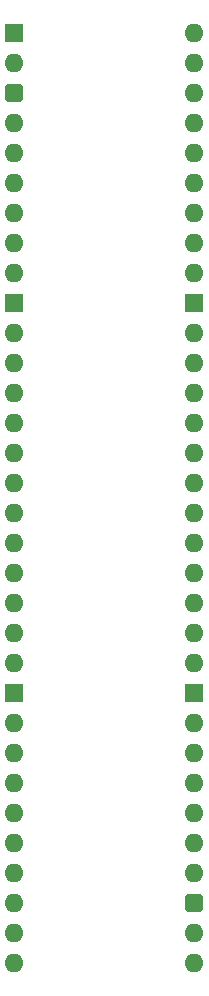
<source format=gbs>
%TF.GenerationSoftware,KiCad,Pcbnew,8.0.7*%
%TF.CreationDate,2025-01-03T14:12:14+02:00*%
%TF.ProjectId,HCP65 Main Memory Address,48435036-3520-44d6-9169-6e204d656d6f,V0*%
%TF.SameCoordinates,Original*%
%TF.FileFunction,Soldermask,Bot*%
%TF.FilePolarity,Negative*%
%FSLAX46Y46*%
G04 Gerber Fmt 4.6, Leading zero omitted, Abs format (unit mm)*
G04 Created by KiCad (PCBNEW 8.0.7) date 2025-01-03 14:12:14*
%MOMM*%
%LPD*%
G01*
G04 APERTURE LIST*
G04 Aperture macros list*
%AMRoundRect*
0 Rectangle with rounded corners*
0 $1 Rounding radius*
0 $2 $3 $4 $5 $6 $7 $8 $9 X,Y pos of 4 corners*
0 Add a 4 corners polygon primitive as box body*
4,1,4,$2,$3,$4,$5,$6,$7,$8,$9,$2,$3,0*
0 Add four circle primitives for the rounded corners*
1,1,$1+$1,$2,$3*
1,1,$1+$1,$4,$5*
1,1,$1+$1,$6,$7*
1,1,$1+$1,$8,$9*
0 Add four rect primitives between the rounded corners*
20,1,$1+$1,$2,$3,$4,$5,0*
20,1,$1+$1,$4,$5,$6,$7,0*
20,1,$1+$1,$6,$7,$8,$9,0*
20,1,$1+$1,$8,$9,$2,$3,0*%
G04 Aperture macros list end*
%ADD10R,1.600000X1.600000*%
%ADD11O,1.600000X1.600000*%
%ADD12RoundRect,0.400000X-0.400000X-0.400000X0.400000X-0.400000X0.400000X0.400000X-0.400000X0.400000X0*%
G04 APERTURE END LIST*
D10*
%TO.C,J2*%
X0Y0D03*
D11*
X0Y-2540000D03*
D12*
X0Y-5080000D03*
D11*
X0Y-7620000D03*
X0Y-10160000D03*
X0Y-12700000D03*
X0Y-15240000D03*
X0Y-17780000D03*
X0Y-20320000D03*
D10*
X0Y-22860000D03*
D11*
X0Y-25400000D03*
X0Y-27940000D03*
X0Y-30480000D03*
X0Y-33020000D03*
X0Y-35560000D03*
X0Y-38100000D03*
X0Y-40640000D03*
X0Y-43180000D03*
X0Y-45720000D03*
X0Y-48260000D03*
X0Y-50800000D03*
X0Y-53340000D03*
D10*
X0Y-55880000D03*
D11*
X0Y-58420000D03*
X0Y-60960000D03*
X0Y-63500000D03*
X0Y-66040000D03*
X0Y-68580000D03*
X0Y-71120000D03*
X0Y-73660000D03*
X0Y-76200000D03*
X0Y-78740000D03*
X15240000Y-78740000D03*
X15240000Y-76200000D03*
D12*
X15240000Y-73660000D03*
D11*
X15240000Y-71120000D03*
X15240000Y-68580000D03*
X15240000Y-66040000D03*
X15240000Y-63500000D03*
X15240000Y-60960000D03*
X15240000Y-58420000D03*
D10*
X15240000Y-55880000D03*
D11*
X15240000Y-53340000D03*
X15240000Y-50800000D03*
X15240000Y-48260000D03*
X15240000Y-45720000D03*
X15240000Y-43180000D03*
X15240000Y-40640000D03*
X15240000Y-38100000D03*
X15240000Y-35560000D03*
X15240000Y-33020000D03*
X15240000Y-30480000D03*
X15240000Y-27940000D03*
X15240000Y-25400000D03*
D10*
X15240000Y-22860000D03*
D11*
X15240000Y-20320000D03*
X15240000Y-17780000D03*
X15240000Y-15240000D03*
X15240000Y-12700000D03*
X15240000Y-10160000D03*
X15240000Y-7620000D03*
X15240000Y-5080000D03*
X15240000Y-2540000D03*
X15240000Y0D03*
%TD*%
M02*

</source>
